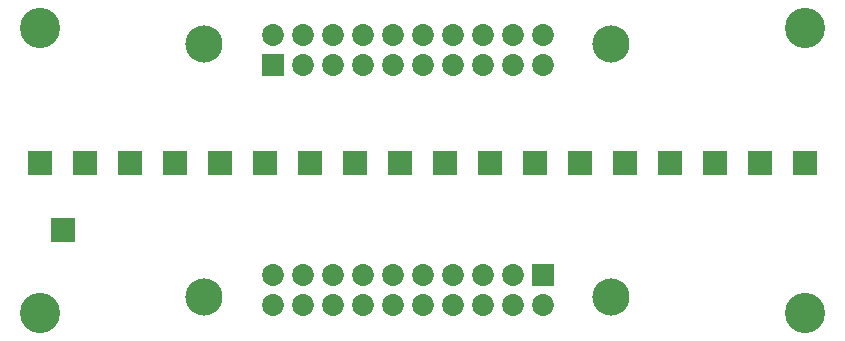
<source format=gbs>
G04 Output by ViewMate Deluxe V11.0.9  PentaLogix LLC*
G04 Wed Jul 08 13:39:12 2015*
%FSLAX24Y24*%
%MOIN*%
%IPPOS*%
%ADD100R,0.073X0.073*%
%ADD101C,0.073*%
%ADD102C,0.124*%
%ADD103C,0.134*%
%ADD104R,0.0789X0.0789*%

%LPD*%
X0Y0D2*D100*G1X9100Y12125D3*X18100Y5125D3*D101*X18100Y4125D3*X9100Y4125D3*X10100Y4125D3*X11100Y4125D3*X12100Y4125D3*X13100Y4125D3*X14100Y4125D3*X15100Y4125D3*X16100Y4125D3*X17100Y4125D3*X17100Y5125D3*X16100Y5125D3*X15100Y5125D3*X14100Y5125D3*X13100Y5125D3*X12100Y5125D3*X11100Y5125D3*X10100Y5125D3*X9100Y5125D3*X9100Y13125D3*X10100Y13125D3*X11100Y13125D3*X12100Y13125D3*X13100Y13125D3*X14100Y13125D3*X15100Y13125D3*X16100Y13125D3*X17100Y13125D3*X18100Y13125D3*X18100Y12125D3*X17100Y12125D3*X16100Y12125D3*X15100Y12125D3*X14100Y12125D3*X13100Y12125D3*X12100Y12125D3*X11100Y12125D3*X10100Y12125D3*D102*X20390Y12835D3*X6810Y12835D3*X6810Y4415D3*X20390Y4415D3*D103*X26850Y3875D3*X26850Y13375D3*X1350Y13375D3*X1350Y3875D3*D104*X2100Y6625D3*X1350Y8875D3*X2850Y8875D3*X4350Y8875D3*X5850Y8875D3*X7350Y8875D3*X8850Y8875D3*X10350Y8875D3*X11850Y8875D3*X13350Y8875D3*X14850Y8875D3*X16350Y8875D3*X17850Y8875D3*X19350Y8875D3*X20850Y8875D3*X22350Y8875D3*X23850Y8875D3*X25350Y8875D3*X26850Y8875D3*X0Y0D2*M02*
</source>
